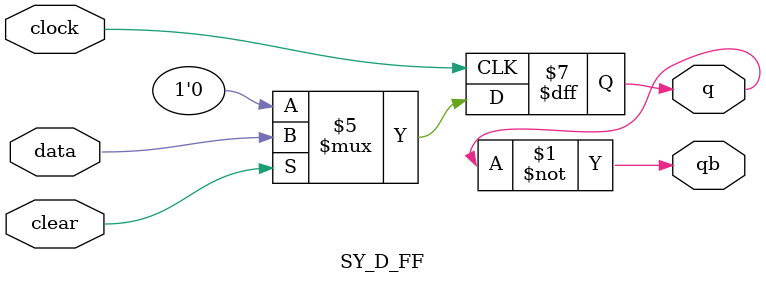
<source format=v>
`timescale 1ns / 1ps

module counter(
     clr,
     clk,
     Q
    );
	 
	  input clr;
    input clk;
	 output[3:0] Q;
reg [3:0] Q;    
always @( posedge clk or negedge clr )
	if ( !clr ) Q <= 0;
	else if ( Q == 12 ) 
	   Q <= 0; 
   else 
      Q <= Q + 1;
endmodule

module SY_D_FF ( data,clear,clock,qb,q);
input data,clock,clear;
output q, qb;
reg q;
assign qb = ~q;
always @( posedge clock  )
begin 
if (! clear)
q <= 0;
else
q <= data;
end
endmodule 


</source>
